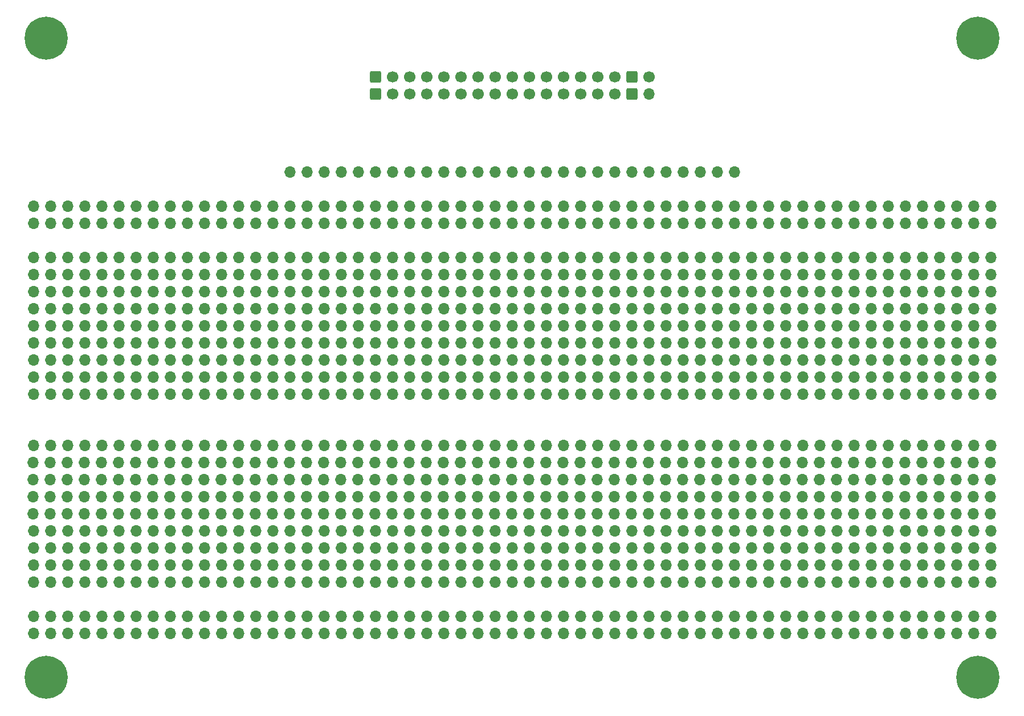
<source format=gbr>
%TF.GenerationSoftware,KiCad,Pcbnew,9.0.0*%
%TF.CreationDate,2025-02-25T12:08:00+01:00*%
%TF.ProjectId,KLST_PANDA_PROTO,4b4c5354-5f50-4414-9e44-415f50524f54,rev?*%
%TF.SameCoordinates,Original*%
%TF.FileFunction,Soldermask,Bot*%
%TF.FilePolarity,Negative*%
%FSLAX46Y46*%
G04 Gerber Fmt 4.6, Leading zero omitted, Abs format (unit mm)*
G04 Created by KiCad (PCBNEW 9.0.0) date 2025-02-25 12:08:00*
%MOMM*%
%LPD*%
G01*
G04 APERTURE LIST*
G04 Aperture macros list*
%AMRoundRect*
0 Rectangle with rounded corners*
0 $1 Rounding radius*
0 $2 $3 $4 $5 $6 $7 $8 $9 X,Y pos of 4 corners*
0 Add a 4 corners polygon primitive as box body*
4,1,4,$2,$3,$4,$5,$6,$7,$8,$9,$2,$3,0*
0 Add four circle primitives for the rounded corners*
1,1,$1+$1,$2,$3*
1,1,$1+$1,$4,$5*
1,1,$1+$1,$6,$7*
1,1,$1+$1,$8,$9*
0 Add four rect primitives between the rounded corners*
20,1,$1+$1,$2,$3,$4,$5,0*
20,1,$1+$1,$4,$5,$6,$7,0*
20,1,$1+$1,$6,$7,$8,$9,0*
20,1,$1+$1,$8,$9,$2,$3,0*%
G04 Aperture macros list end*
%ADD10O,1.700000X1.700000*%
%ADD11C,0.800000*%
%ADD12C,6.400000*%
%ADD13C,1.700000*%
%ADD14RoundRect,0.250000X0.600000X-0.600000X0.600000X0.600000X-0.600000X0.600000X-0.600000X-0.600000X0*%
G04 APERTURE END LIST*
D10*
%TO.C,J21*%
X103130000Y-90150000D03*
X105670000Y-90150000D03*
X108210000Y-90150000D03*
X110750000Y-90150000D03*
X113290000Y-90150000D03*
X115830000Y-90150000D03*
X118370000Y-90150000D03*
X120910000Y-90150000D03*
X123450000Y-90150000D03*
X125990000Y-90150000D03*
X128530000Y-90150000D03*
X131070000Y-90150000D03*
X133610000Y-90150000D03*
X136150000Y-90150000D03*
X138690000Y-90150000D03*
X141230000Y-90150000D03*
X143770000Y-90150000D03*
X146310000Y-90150000D03*
X148850000Y-90150000D03*
X151390000Y-90150000D03*
X153930000Y-90150000D03*
X156470000Y-90150000D03*
X159010000Y-90150000D03*
X161550000Y-90150000D03*
X164090000Y-90150000D03*
X166630000Y-90150000D03*
X169170000Y-90150000D03*
X171710000Y-90150000D03*
X174250000Y-90150000D03*
X176790000Y-90150000D03*
X179330000Y-90150000D03*
X181870000Y-90150000D03*
X184410000Y-90150000D03*
X186950000Y-90150000D03*
X189490000Y-90150000D03*
X192030000Y-90150000D03*
X194570000Y-90150000D03*
X197110000Y-90150000D03*
X199650000Y-90150000D03*
X202190000Y-90150000D03*
X204730000Y-90150000D03*
X207270000Y-90150000D03*
X209810000Y-90150000D03*
X212350000Y-90150000D03*
X214890000Y-90150000D03*
X217430000Y-90150000D03*
X219970000Y-90150000D03*
X222510000Y-90150000D03*
X225050000Y-90150000D03*
X227590000Y-90150000D03*
X230130000Y-90150000D03*
X232670000Y-90150000D03*
X235210000Y-90150000D03*
X237750000Y-90150000D03*
X240290000Y-90150000D03*
X242830000Y-90150000D03*
X245370000Y-90150000D03*
%TD*%
%TO.C,J17*%
X103130000Y-100310000D03*
X105670000Y-100310000D03*
X108210000Y-100310000D03*
X110750000Y-100310000D03*
X113290000Y-100310000D03*
X115830000Y-100310000D03*
X118370000Y-100310000D03*
X120910000Y-100310000D03*
X123450000Y-100310000D03*
X125990000Y-100310000D03*
X128530000Y-100310000D03*
X131070000Y-100310000D03*
X133610000Y-100310000D03*
X136150000Y-100310000D03*
X138690000Y-100310000D03*
X141230000Y-100310000D03*
X143770000Y-100310000D03*
X146310000Y-100310000D03*
X148850000Y-100310000D03*
X151390000Y-100310000D03*
X153930000Y-100310000D03*
X156470000Y-100310000D03*
X159010000Y-100310000D03*
X161550000Y-100310000D03*
X164090000Y-100310000D03*
X166630000Y-100310000D03*
X169170000Y-100310000D03*
X171710000Y-100310000D03*
X174250000Y-100310000D03*
X176790000Y-100310000D03*
X179330000Y-100310000D03*
X181870000Y-100310000D03*
X184410000Y-100310000D03*
X186950000Y-100310000D03*
X189490000Y-100310000D03*
X192030000Y-100310000D03*
X194570000Y-100310000D03*
X197110000Y-100310000D03*
X199650000Y-100310000D03*
X202190000Y-100310000D03*
X204730000Y-100310000D03*
X207270000Y-100310000D03*
X209810000Y-100310000D03*
X212350000Y-100310000D03*
X214890000Y-100310000D03*
X217430000Y-100310000D03*
X219970000Y-100310000D03*
X222510000Y-100310000D03*
X225050000Y-100310000D03*
X227590000Y-100310000D03*
X230130000Y-100310000D03*
X232670000Y-100310000D03*
X235210000Y-100310000D03*
X237750000Y-100310000D03*
X240290000Y-100310000D03*
X242830000Y-100310000D03*
X245370000Y-100310000D03*
%TD*%
%TO.C,J19*%
X103130000Y-95230000D03*
X105670000Y-95230000D03*
X108210000Y-95230000D03*
X110750000Y-95230000D03*
X113290000Y-95230000D03*
X115830000Y-95230000D03*
X118370000Y-95230000D03*
X120910000Y-95230000D03*
X123450000Y-95230000D03*
X125990000Y-95230000D03*
X128530000Y-95230000D03*
X131070000Y-95230000D03*
X133610000Y-95230000D03*
X136150000Y-95230000D03*
X138690000Y-95230000D03*
X141230000Y-95230000D03*
X143770000Y-95230000D03*
X146310000Y-95230000D03*
X148850000Y-95230000D03*
X151390000Y-95230000D03*
X153930000Y-95230000D03*
X156470000Y-95230000D03*
X159010000Y-95230000D03*
X161550000Y-95230000D03*
X164090000Y-95230000D03*
X166630000Y-95230000D03*
X169170000Y-95230000D03*
X171710000Y-95230000D03*
X174250000Y-95230000D03*
X176790000Y-95230000D03*
X179330000Y-95230000D03*
X181870000Y-95230000D03*
X184410000Y-95230000D03*
X186950000Y-95230000D03*
X189490000Y-95230000D03*
X192030000Y-95230000D03*
X194570000Y-95230000D03*
X197110000Y-95230000D03*
X199650000Y-95230000D03*
X202190000Y-95230000D03*
X204730000Y-95230000D03*
X207270000Y-95230000D03*
X209810000Y-95230000D03*
X212350000Y-95230000D03*
X214890000Y-95230000D03*
X217430000Y-95230000D03*
X219970000Y-95230000D03*
X222510000Y-95230000D03*
X225050000Y-95230000D03*
X227590000Y-95230000D03*
X230130000Y-95230000D03*
X232670000Y-95230000D03*
X235210000Y-95230000D03*
X237750000Y-95230000D03*
X240290000Y-95230000D03*
X242830000Y-95230000D03*
X245370000Y-95230000D03*
%TD*%
D11*
%TO.C,H3*%
X102600000Y-150000000D03*
X103302944Y-148302944D03*
X103302944Y-151697056D03*
X105000000Y-147600000D03*
D12*
X105000000Y-150000000D03*
D11*
X105000000Y-152400000D03*
X106697056Y-148302944D03*
X106697056Y-151697056D03*
X107400000Y-150000000D03*
%TD*%
D10*
%TO.C,J20*%
X103130000Y-92690000D03*
X105670000Y-92690000D03*
X108210000Y-92690000D03*
X110750000Y-92690000D03*
X113290000Y-92690000D03*
X115830000Y-92690000D03*
X118370000Y-92690000D03*
X120910000Y-92690000D03*
X123450000Y-92690000D03*
X125990000Y-92690000D03*
X128530000Y-92690000D03*
X131070000Y-92690000D03*
X133610000Y-92690000D03*
X136150000Y-92690000D03*
X138690000Y-92690000D03*
X141230000Y-92690000D03*
X143770000Y-92690000D03*
X146310000Y-92690000D03*
X148850000Y-92690000D03*
X151390000Y-92690000D03*
X153930000Y-92690000D03*
X156470000Y-92690000D03*
X159010000Y-92690000D03*
X161550000Y-92690000D03*
X164090000Y-92690000D03*
X166630000Y-92690000D03*
X169170000Y-92690000D03*
X171710000Y-92690000D03*
X174250000Y-92690000D03*
X176790000Y-92690000D03*
X179330000Y-92690000D03*
X181870000Y-92690000D03*
X184410000Y-92690000D03*
X186950000Y-92690000D03*
X189490000Y-92690000D03*
X192030000Y-92690000D03*
X194570000Y-92690000D03*
X197110000Y-92690000D03*
X199650000Y-92690000D03*
X202190000Y-92690000D03*
X204730000Y-92690000D03*
X207270000Y-92690000D03*
X209810000Y-92690000D03*
X212350000Y-92690000D03*
X214890000Y-92690000D03*
X217430000Y-92690000D03*
X219970000Y-92690000D03*
X222510000Y-92690000D03*
X225050000Y-92690000D03*
X227590000Y-92690000D03*
X230130000Y-92690000D03*
X232670000Y-92690000D03*
X235210000Y-92690000D03*
X237750000Y-92690000D03*
X240290000Y-92690000D03*
X242830000Y-92690000D03*
X245370000Y-92690000D03*
%TD*%
%TO.C,J8*%
X103130000Y-128250000D03*
X105670000Y-128250000D03*
X108210000Y-128250000D03*
X110750000Y-128250000D03*
X113290000Y-128250000D03*
X115830000Y-128250000D03*
X118370000Y-128250000D03*
X120910000Y-128250000D03*
X123450000Y-128250000D03*
X125990000Y-128250000D03*
X128530000Y-128250000D03*
X131070000Y-128250000D03*
X133610000Y-128250000D03*
X136150000Y-128250000D03*
X138690000Y-128250000D03*
X141230000Y-128250000D03*
X143770000Y-128250000D03*
X146310000Y-128250000D03*
X148850000Y-128250000D03*
X151390000Y-128250000D03*
X153930000Y-128250000D03*
X156470000Y-128250000D03*
X159010000Y-128250000D03*
X161550000Y-128250000D03*
X164090000Y-128250000D03*
X166630000Y-128250000D03*
X169170000Y-128250000D03*
X171710000Y-128250000D03*
X174250000Y-128250000D03*
X176790000Y-128250000D03*
X179330000Y-128250000D03*
X181870000Y-128250000D03*
X184410000Y-128250000D03*
X186950000Y-128250000D03*
X189490000Y-128250000D03*
X192030000Y-128250000D03*
X194570000Y-128250000D03*
X197110000Y-128250000D03*
X199650000Y-128250000D03*
X202190000Y-128250000D03*
X204730000Y-128250000D03*
X207270000Y-128250000D03*
X209810000Y-128250000D03*
X212350000Y-128250000D03*
X214890000Y-128250000D03*
X217430000Y-128250000D03*
X219970000Y-128250000D03*
X222510000Y-128250000D03*
X225050000Y-128250000D03*
X227590000Y-128250000D03*
X230130000Y-128250000D03*
X232670000Y-128250000D03*
X235210000Y-128250000D03*
X237750000Y-128250000D03*
X240290000Y-128250000D03*
X242830000Y-128250000D03*
X245370000Y-128250000D03*
%TD*%
%TO.C,J4*%
X103130000Y-140950000D03*
X105670000Y-140950000D03*
X108210000Y-140950000D03*
X110750000Y-140950000D03*
X113290000Y-140950000D03*
X115830000Y-140950000D03*
X118370000Y-140950000D03*
X120910000Y-140950000D03*
X123450000Y-140950000D03*
X125990000Y-140950000D03*
X128530000Y-140950000D03*
X131070000Y-140950000D03*
X133610000Y-140950000D03*
X136150000Y-140950000D03*
X138690000Y-140950000D03*
X141230000Y-140950000D03*
X143770000Y-140950000D03*
X146310000Y-140950000D03*
X148850000Y-140950000D03*
X151390000Y-140950000D03*
X153930000Y-140950000D03*
X156470000Y-140950000D03*
X159010000Y-140950000D03*
X161550000Y-140950000D03*
X164090000Y-140950000D03*
X166630000Y-140950000D03*
X169170000Y-140950000D03*
X171710000Y-140950000D03*
X174250000Y-140950000D03*
X176790000Y-140950000D03*
X179330000Y-140950000D03*
X181870000Y-140950000D03*
X184410000Y-140950000D03*
X186950000Y-140950000D03*
X189490000Y-140950000D03*
X192030000Y-140950000D03*
X194570000Y-140950000D03*
X197110000Y-140950000D03*
X199650000Y-140950000D03*
X202190000Y-140950000D03*
X204730000Y-140950000D03*
X207270000Y-140950000D03*
X209810000Y-140950000D03*
X212350000Y-140950000D03*
X214890000Y-140950000D03*
X217430000Y-140950000D03*
X219970000Y-140950000D03*
X222510000Y-140950000D03*
X225050000Y-140950000D03*
X227590000Y-140950000D03*
X230130000Y-140950000D03*
X232670000Y-140950000D03*
X235210000Y-140950000D03*
X237750000Y-140950000D03*
X240290000Y-140950000D03*
X242830000Y-140950000D03*
X245370000Y-140950000D03*
%TD*%
%TO.C,J15*%
X103130000Y-105390000D03*
X105670000Y-105390000D03*
X108210000Y-105390000D03*
X110750000Y-105390000D03*
X113290000Y-105390000D03*
X115830000Y-105390000D03*
X118370000Y-105390000D03*
X120910000Y-105390000D03*
X123450000Y-105390000D03*
X125990000Y-105390000D03*
X128530000Y-105390000D03*
X131070000Y-105390000D03*
X133610000Y-105390000D03*
X136150000Y-105390000D03*
X138690000Y-105390000D03*
X141230000Y-105390000D03*
X143770000Y-105390000D03*
X146310000Y-105390000D03*
X148850000Y-105390000D03*
X151390000Y-105390000D03*
X153930000Y-105390000D03*
X156470000Y-105390000D03*
X159010000Y-105390000D03*
X161550000Y-105390000D03*
X164090000Y-105390000D03*
X166630000Y-105390000D03*
X169170000Y-105390000D03*
X171710000Y-105390000D03*
X174250000Y-105390000D03*
X176790000Y-105390000D03*
X179330000Y-105390000D03*
X181870000Y-105390000D03*
X184410000Y-105390000D03*
X186950000Y-105390000D03*
X189490000Y-105390000D03*
X192030000Y-105390000D03*
X194570000Y-105390000D03*
X197110000Y-105390000D03*
X199650000Y-105390000D03*
X202190000Y-105390000D03*
X204730000Y-105390000D03*
X207270000Y-105390000D03*
X209810000Y-105390000D03*
X212350000Y-105390000D03*
X214890000Y-105390000D03*
X217430000Y-105390000D03*
X219970000Y-105390000D03*
X222510000Y-105390000D03*
X225050000Y-105390000D03*
X227590000Y-105390000D03*
X230130000Y-105390000D03*
X232670000Y-105390000D03*
X235210000Y-105390000D03*
X237750000Y-105390000D03*
X240290000Y-105390000D03*
X242830000Y-105390000D03*
X245370000Y-105390000D03*
%TD*%
%TO.C,J11*%
X103117736Y-120582482D03*
X105657736Y-120582482D03*
X108197736Y-120582482D03*
X110737736Y-120582482D03*
X113277736Y-120582482D03*
X115817736Y-120582482D03*
X118357736Y-120582482D03*
X120897736Y-120582482D03*
X123437736Y-120582482D03*
X125977736Y-120582482D03*
X128517736Y-120582482D03*
X131057736Y-120582482D03*
X133597736Y-120582482D03*
X136137736Y-120582482D03*
X138677736Y-120582482D03*
X141217736Y-120582482D03*
X143757736Y-120582482D03*
X146297736Y-120582482D03*
X148837736Y-120582482D03*
X151377736Y-120582482D03*
X153917736Y-120582482D03*
X156457736Y-120582482D03*
X158997736Y-120582482D03*
X161537736Y-120582482D03*
X164077736Y-120582482D03*
X166617736Y-120582482D03*
X169157736Y-120582482D03*
X171697736Y-120582482D03*
X174237736Y-120582482D03*
X176777736Y-120582482D03*
X179317736Y-120582482D03*
X181857736Y-120582482D03*
X184397736Y-120582482D03*
X186937736Y-120582482D03*
X189477736Y-120582482D03*
X192017736Y-120582482D03*
X194557736Y-120582482D03*
X197097736Y-120582482D03*
X199637736Y-120582482D03*
X202177736Y-120582482D03*
X204717736Y-120582482D03*
X207257736Y-120582482D03*
X209797736Y-120582482D03*
X212337736Y-120582482D03*
X214877736Y-120582482D03*
X217417736Y-120582482D03*
X219957736Y-120582482D03*
X222497736Y-120582482D03*
X225037736Y-120582482D03*
X227577736Y-120582482D03*
X230117736Y-120582482D03*
X232657736Y-120582482D03*
X235197736Y-120582482D03*
X237737736Y-120582482D03*
X240277736Y-120582482D03*
X242817736Y-120582482D03*
X245357736Y-120582482D03*
%TD*%
%TO.C,J18*%
X103130000Y-97770000D03*
X105670000Y-97770000D03*
X108210000Y-97770000D03*
X110750000Y-97770000D03*
X113290000Y-97770000D03*
X115830000Y-97770000D03*
X118370000Y-97770000D03*
X120910000Y-97770000D03*
X123450000Y-97770000D03*
X125990000Y-97770000D03*
X128530000Y-97770000D03*
X131070000Y-97770000D03*
X133610000Y-97770000D03*
X136150000Y-97770000D03*
X138690000Y-97770000D03*
X141230000Y-97770000D03*
X143770000Y-97770000D03*
X146310000Y-97770000D03*
X148850000Y-97770000D03*
X151390000Y-97770000D03*
X153930000Y-97770000D03*
X156470000Y-97770000D03*
X159010000Y-97770000D03*
X161550000Y-97770000D03*
X164090000Y-97770000D03*
X166630000Y-97770000D03*
X169170000Y-97770000D03*
X171710000Y-97770000D03*
X174250000Y-97770000D03*
X176790000Y-97770000D03*
X179330000Y-97770000D03*
X181870000Y-97770000D03*
X184410000Y-97770000D03*
X186950000Y-97770000D03*
X189490000Y-97770000D03*
X192030000Y-97770000D03*
X194570000Y-97770000D03*
X197110000Y-97770000D03*
X199650000Y-97770000D03*
X202190000Y-97770000D03*
X204730000Y-97770000D03*
X207270000Y-97770000D03*
X209810000Y-97770000D03*
X212350000Y-97770000D03*
X214890000Y-97770000D03*
X217430000Y-97770000D03*
X219970000Y-97770000D03*
X222510000Y-97770000D03*
X225050000Y-97770000D03*
X227590000Y-97770000D03*
X230130000Y-97770000D03*
X232670000Y-97770000D03*
X235210000Y-97770000D03*
X237750000Y-97770000D03*
X240290000Y-97770000D03*
X242830000Y-97770000D03*
X245370000Y-97770000D03*
%TD*%
%TO.C,J12*%
X103117736Y-118042482D03*
X105657736Y-118042482D03*
X108197736Y-118042482D03*
X110737736Y-118042482D03*
X113277736Y-118042482D03*
X115817736Y-118042482D03*
X118357736Y-118042482D03*
X120897736Y-118042482D03*
X123437736Y-118042482D03*
X125977736Y-118042482D03*
X128517736Y-118042482D03*
X131057736Y-118042482D03*
X133597736Y-118042482D03*
X136137736Y-118042482D03*
X138677736Y-118042482D03*
X141217736Y-118042482D03*
X143757736Y-118042482D03*
X146297736Y-118042482D03*
X148837736Y-118042482D03*
X151377736Y-118042482D03*
X153917736Y-118042482D03*
X156457736Y-118042482D03*
X158997736Y-118042482D03*
X161537736Y-118042482D03*
X164077736Y-118042482D03*
X166617736Y-118042482D03*
X169157736Y-118042482D03*
X171697736Y-118042482D03*
X174237736Y-118042482D03*
X176777736Y-118042482D03*
X179317736Y-118042482D03*
X181857736Y-118042482D03*
X184397736Y-118042482D03*
X186937736Y-118042482D03*
X189477736Y-118042482D03*
X192017736Y-118042482D03*
X194557736Y-118042482D03*
X197097736Y-118042482D03*
X199637736Y-118042482D03*
X202177736Y-118042482D03*
X204717736Y-118042482D03*
X207257736Y-118042482D03*
X209797736Y-118042482D03*
X212337736Y-118042482D03*
X214877736Y-118042482D03*
X217417736Y-118042482D03*
X219957736Y-118042482D03*
X222497736Y-118042482D03*
X225037736Y-118042482D03*
X227577736Y-118042482D03*
X230117736Y-118042482D03*
X232657736Y-118042482D03*
X235197736Y-118042482D03*
X237737736Y-118042482D03*
X240277736Y-118042482D03*
X242817736Y-118042482D03*
X245357736Y-118042482D03*
%TD*%
D11*
%TO.C,H1*%
X102600000Y-55000000D03*
X103302944Y-53302944D03*
X103302944Y-56697056D03*
X105000000Y-52600000D03*
D12*
X105000000Y-55000000D03*
D11*
X105000000Y-57400000D03*
X106697056Y-53302944D03*
X106697056Y-56697056D03*
X107400000Y-55000000D03*
%TD*%
D10*
%TO.C,J5*%
X103130000Y-135870000D03*
X105670000Y-135870000D03*
X108210000Y-135870000D03*
X110750000Y-135870000D03*
X113290000Y-135870000D03*
X115830000Y-135870000D03*
X118370000Y-135870000D03*
X120910000Y-135870000D03*
X123450000Y-135870000D03*
X125990000Y-135870000D03*
X128530000Y-135870000D03*
X131070000Y-135870000D03*
X133610000Y-135870000D03*
X136150000Y-135870000D03*
X138690000Y-135870000D03*
X141230000Y-135870000D03*
X143770000Y-135870000D03*
X146310000Y-135870000D03*
X148850000Y-135870000D03*
X151390000Y-135870000D03*
X153930000Y-135870000D03*
X156470000Y-135870000D03*
X159010000Y-135870000D03*
X161550000Y-135870000D03*
X164090000Y-135870000D03*
X166630000Y-135870000D03*
X169170000Y-135870000D03*
X171710000Y-135870000D03*
X174250000Y-135870000D03*
X176790000Y-135870000D03*
X179330000Y-135870000D03*
X181870000Y-135870000D03*
X184410000Y-135870000D03*
X186950000Y-135870000D03*
X189490000Y-135870000D03*
X192030000Y-135870000D03*
X194570000Y-135870000D03*
X197110000Y-135870000D03*
X199650000Y-135870000D03*
X202190000Y-135870000D03*
X204730000Y-135870000D03*
X207270000Y-135870000D03*
X209810000Y-135870000D03*
X212350000Y-135870000D03*
X214890000Y-135870000D03*
X217430000Y-135870000D03*
X219970000Y-135870000D03*
X222510000Y-135870000D03*
X225050000Y-135870000D03*
X227590000Y-135870000D03*
X230130000Y-135870000D03*
X232670000Y-135870000D03*
X235210000Y-135870000D03*
X237750000Y-135870000D03*
X240290000Y-135870000D03*
X242830000Y-135870000D03*
X245370000Y-135870000D03*
%TD*%
%TO.C,J3*%
X103130000Y-143490000D03*
X105670000Y-143490000D03*
X108210000Y-143490000D03*
X110750000Y-143490000D03*
X113290000Y-143490000D03*
X115830000Y-143490000D03*
X118370000Y-143490000D03*
X120910000Y-143490000D03*
X123450000Y-143490000D03*
X125990000Y-143490000D03*
X128530000Y-143490000D03*
X131070000Y-143490000D03*
X133610000Y-143490000D03*
X136150000Y-143490000D03*
X138690000Y-143490000D03*
X141230000Y-143490000D03*
X143770000Y-143490000D03*
X146310000Y-143490000D03*
X148850000Y-143490000D03*
X151390000Y-143490000D03*
X153930000Y-143490000D03*
X156470000Y-143490000D03*
X159010000Y-143490000D03*
X161550000Y-143490000D03*
X164090000Y-143490000D03*
X166630000Y-143490000D03*
X169170000Y-143490000D03*
X171710000Y-143490000D03*
X174250000Y-143490000D03*
X176790000Y-143490000D03*
X179330000Y-143490000D03*
X181870000Y-143490000D03*
X184410000Y-143490000D03*
X186950000Y-143490000D03*
X189490000Y-143490000D03*
X192030000Y-143490000D03*
X194570000Y-143490000D03*
X197110000Y-143490000D03*
X199650000Y-143490000D03*
X202190000Y-143490000D03*
X204730000Y-143490000D03*
X207270000Y-143490000D03*
X209810000Y-143490000D03*
X212350000Y-143490000D03*
X214890000Y-143490000D03*
X217430000Y-143490000D03*
X219970000Y-143490000D03*
X222510000Y-143490000D03*
X225050000Y-143490000D03*
X227590000Y-143490000D03*
X230130000Y-143490000D03*
X232670000Y-143490000D03*
X235210000Y-143490000D03*
X237750000Y-143490000D03*
X240290000Y-143490000D03*
X242830000Y-143490000D03*
X245370000Y-143490000D03*
%TD*%
%TO.C,J7*%
X103130000Y-130790000D03*
X105670000Y-130790000D03*
X108210000Y-130790000D03*
X110750000Y-130790000D03*
X113290000Y-130790000D03*
X115830000Y-130790000D03*
X118370000Y-130790000D03*
X120910000Y-130790000D03*
X123450000Y-130790000D03*
X125990000Y-130790000D03*
X128530000Y-130790000D03*
X131070000Y-130790000D03*
X133610000Y-130790000D03*
X136150000Y-130790000D03*
X138690000Y-130790000D03*
X141230000Y-130790000D03*
X143770000Y-130790000D03*
X146310000Y-130790000D03*
X148850000Y-130790000D03*
X151390000Y-130790000D03*
X153930000Y-130790000D03*
X156470000Y-130790000D03*
X159010000Y-130790000D03*
X161550000Y-130790000D03*
X164090000Y-130790000D03*
X166630000Y-130790000D03*
X169170000Y-130790000D03*
X171710000Y-130790000D03*
X174250000Y-130790000D03*
X176790000Y-130790000D03*
X179330000Y-130790000D03*
X181870000Y-130790000D03*
X184410000Y-130790000D03*
X186950000Y-130790000D03*
X189490000Y-130790000D03*
X192030000Y-130790000D03*
X194570000Y-130790000D03*
X197110000Y-130790000D03*
X199650000Y-130790000D03*
X202190000Y-130790000D03*
X204730000Y-130790000D03*
X207270000Y-130790000D03*
X209810000Y-130790000D03*
X212350000Y-130790000D03*
X214890000Y-130790000D03*
X217430000Y-130790000D03*
X219970000Y-130790000D03*
X222510000Y-130790000D03*
X225050000Y-130790000D03*
X227590000Y-130790000D03*
X230130000Y-130790000D03*
X232670000Y-130790000D03*
X235210000Y-130790000D03*
X237750000Y-130790000D03*
X240290000Y-130790000D03*
X242830000Y-130790000D03*
X245370000Y-130790000D03*
%TD*%
%TO.C,J6*%
X103130000Y-133330000D03*
X105670000Y-133330000D03*
X108210000Y-133330000D03*
X110750000Y-133330000D03*
X113290000Y-133330000D03*
X115830000Y-133330000D03*
X118370000Y-133330000D03*
X120910000Y-133330000D03*
X123450000Y-133330000D03*
X125990000Y-133330000D03*
X128530000Y-133330000D03*
X131070000Y-133330000D03*
X133610000Y-133330000D03*
X136150000Y-133330000D03*
X138690000Y-133330000D03*
X141230000Y-133330000D03*
X143770000Y-133330000D03*
X146310000Y-133330000D03*
X148850000Y-133330000D03*
X151390000Y-133330000D03*
X153930000Y-133330000D03*
X156470000Y-133330000D03*
X159010000Y-133330000D03*
X161550000Y-133330000D03*
X164090000Y-133330000D03*
X166630000Y-133330000D03*
X169170000Y-133330000D03*
X171710000Y-133330000D03*
X174250000Y-133330000D03*
X176790000Y-133330000D03*
X179330000Y-133330000D03*
X181870000Y-133330000D03*
X184410000Y-133330000D03*
X186950000Y-133330000D03*
X189490000Y-133330000D03*
X192030000Y-133330000D03*
X194570000Y-133330000D03*
X197110000Y-133330000D03*
X199650000Y-133330000D03*
X202190000Y-133330000D03*
X204730000Y-133330000D03*
X207270000Y-133330000D03*
X209810000Y-133330000D03*
X212350000Y-133330000D03*
X214890000Y-133330000D03*
X217430000Y-133330000D03*
X219970000Y-133330000D03*
X222510000Y-133330000D03*
X225050000Y-133330000D03*
X227590000Y-133330000D03*
X230130000Y-133330000D03*
X232670000Y-133330000D03*
X235210000Y-133330000D03*
X237750000Y-133330000D03*
X240290000Y-133330000D03*
X242830000Y-133330000D03*
X245370000Y-133330000D03*
%TD*%
%TO.C,J14*%
X103130000Y-107930000D03*
X105670000Y-107930000D03*
X108210000Y-107930000D03*
X110750000Y-107930000D03*
X113290000Y-107930000D03*
X115830000Y-107930000D03*
X118370000Y-107930000D03*
X120910000Y-107930000D03*
X123450000Y-107930000D03*
X125990000Y-107930000D03*
X128530000Y-107930000D03*
X131070000Y-107930000D03*
X133610000Y-107930000D03*
X136150000Y-107930000D03*
X138690000Y-107930000D03*
X141230000Y-107930000D03*
X143770000Y-107930000D03*
X146310000Y-107930000D03*
X148850000Y-107930000D03*
X151390000Y-107930000D03*
X153930000Y-107930000D03*
X156470000Y-107930000D03*
X159010000Y-107930000D03*
X161550000Y-107930000D03*
X164090000Y-107930000D03*
X166630000Y-107930000D03*
X169170000Y-107930000D03*
X171710000Y-107930000D03*
X174250000Y-107930000D03*
X176790000Y-107930000D03*
X179330000Y-107930000D03*
X181870000Y-107930000D03*
X184410000Y-107930000D03*
X186950000Y-107930000D03*
X189490000Y-107930000D03*
X192030000Y-107930000D03*
X194570000Y-107930000D03*
X197110000Y-107930000D03*
X199650000Y-107930000D03*
X202190000Y-107930000D03*
X204730000Y-107930000D03*
X207270000Y-107930000D03*
X209810000Y-107930000D03*
X212350000Y-107930000D03*
X214890000Y-107930000D03*
X217430000Y-107930000D03*
X219970000Y-107930000D03*
X222510000Y-107930000D03*
X225050000Y-107930000D03*
X227590000Y-107930000D03*
X230130000Y-107930000D03*
X232670000Y-107930000D03*
X235210000Y-107930000D03*
X237750000Y-107930000D03*
X240290000Y-107930000D03*
X242830000Y-107930000D03*
X245370000Y-107930000D03*
%TD*%
%TO.C,J13*%
X103130000Y-115550000D03*
X105670000Y-115550000D03*
X108210000Y-115550000D03*
X110750000Y-115550000D03*
X113290000Y-115550000D03*
X115830000Y-115550000D03*
X118370000Y-115550000D03*
X120910000Y-115550000D03*
X123450000Y-115550000D03*
X125990000Y-115550000D03*
X128530000Y-115550000D03*
X131070000Y-115550000D03*
X133610000Y-115550000D03*
X136150000Y-115550000D03*
X138690000Y-115550000D03*
X141230000Y-115550000D03*
X143770000Y-115550000D03*
X146310000Y-115550000D03*
X148850000Y-115550000D03*
X151390000Y-115550000D03*
X153930000Y-115550000D03*
X156470000Y-115550000D03*
X159010000Y-115550000D03*
X161550000Y-115550000D03*
X164090000Y-115550000D03*
X166630000Y-115550000D03*
X169170000Y-115550000D03*
X171710000Y-115550000D03*
X174250000Y-115550000D03*
X176790000Y-115550000D03*
X179330000Y-115550000D03*
X181870000Y-115550000D03*
X184410000Y-115550000D03*
X186950000Y-115550000D03*
X189490000Y-115550000D03*
X192030000Y-115550000D03*
X194570000Y-115550000D03*
X197110000Y-115550000D03*
X199650000Y-115550000D03*
X202190000Y-115550000D03*
X204730000Y-115550000D03*
X207270000Y-115550000D03*
X209810000Y-115550000D03*
X212350000Y-115550000D03*
X214890000Y-115550000D03*
X217430000Y-115550000D03*
X219970000Y-115550000D03*
X222510000Y-115550000D03*
X225050000Y-115550000D03*
X227590000Y-115550000D03*
X230130000Y-115550000D03*
X232670000Y-115550000D03*
X235210000Y-115550000D03*
X237750000Y-115550000D03*
X240290000Y-115550000D03*
X242830000Y-115550000D03*
X245370000Y-115550000D03*
%TD*%
%TO.C,J9*%
X103117736Y-125662482D03*
X105657736Y-125662482D03*
X108197736Y-125662482D03*
X110737736Y-125662482D03*
X113277736Y-125662482D03*
X115817736Y-125662482D03*
X118357736Y-125662482D03*
X120897736Y-125662482D03*
X123437736Y-125662482D03*
X125977736Y-125662482D03*
X128517736Y-125662482D03*
X131057736Y-125662482D03*
X133597736Y-125662482D03*
X136137736Y-125662482D03*
X138677736Y-125662482D03*
X141217736Y-125662482D03*
X143757736Y-125662482D03*
X146297736Y-125662482D03*
X148837736Y-125662482D03*
X151377736Y-125662482D03*
X153917736Y-125662482D03*
X156457736Y-125662482D03*
X158997736Y-125662482D03*
X161537736Y-125662482D03*
X164077736Y-125662482D03*
X166617736Y-125662482D03*
X169157736Y-125662482D03*
X171697736Y-125662482D03*
X174237736Y-125662482D03*
X176777736Y-125662482D03*
X179317736Y-125662482D03*
X181857736Y-125662482D03*
X184397736Y-125662482D03*
X186937736Y-125662482D03*
X189477736Y-125662482D03*
X192017736Y-125662482D03*
X194557736Y-125662482D03*
X197097736Y-125662482D03*
X199637736Y-125662482D03*
X202177736Y-125662482D03*
X204717736Y-125662482D03*
X207257736Y-125662482D03*
X209797736Y-125662482D03*
X212337736Y-125662482D03*
X214877736Y-125662482D03*
X217417736Y-125662482D03*
X219957736Y-125662482D03*
X222497736Y-125662482D03*
X225037736Y-125662482D03*
X227577736Y-125662482D03*
X230117736Y-125662482D03*
X232657736Y-125662482D03*
X235197736Y-125662482D03*
X237737736Y-125662482D03*
X240277736Y-125662482D03*
X242817736Y-125662482D03*
X245357736Y-125662482D03*
%TD*%
%TO.C,J10*%
X103117736Y-123122482D03*
X105657736Y-123122482D03*
X108197736Y-123122482D03*
X110737736Y-123122482D03*
X113277736Y-123122482D03*
X115817736Y-123122482D03*
X118357736Y-123122482D03*
X120897736Y-123122482D03*
X123437736Y-123122482D03*
X125977736Y-123122482D03*
X128517736Y-123122482D03*
X131057736Y-123122482D03*
X133597736Y-123122482D03*
X136137736Y-123122482D03*
X138677736Y-123122482D03*
X141217736Y-123122482D03*
X143757736Y-123122482D03*
X146297736Y-123122482D03*
X148837736Y-123122482D03*
X151377736Y-123122482D03*
X153917736Y-123122482D03*
X156457736Y-123122482D03*
X158997736Y-123122482D03*
X161537736Y-123122482D03*
X164077736Y-123122482D03*
X166617736Y-123122482D03*
X169157736Y-123122482D03*
X171697736Y-123122482D03*
X174237736Y-123122482D03*
X176777736Y-123122482D03*
X179317736Y-123122482D03*
X181857736Y-123122482D03*
X184397736Y-123122482D03*
X186937736Y-123122482D03*
X189477736Y-123122482D03*
X192017736Y-123122482D03*
X194557736Y-123122482D03*
X197097736Y-123122482D03*
X199637736Y-123122482D03*
X202177736Y-123122482D03*
X204717736Y-123122482D03*
X207257736Y-123122482D03*
X209797736Y-123122482D03*
X212337736Y-123122482D03*
X214877736Y-123122482D03*
X217417736Y-123122482D03*
X219957736Y-123122482D03*
X222497736Y-123122482D03*
X225037736Y-123122482D03*
X227577736Y-123122482D03*
X230117736Y-123122482D03*
X232657736Y-123122482D03*
X235197736Y-123122482D03*
X237737736Y-123122482D03*
X240277736Y-123122482D03*
X242817736Y-123122482D03*
X245357736Y-123122482D03*
%TD*%
%TO.C,J22*%
X103130000Y-87610000D03*
X105670000Y-87610000D03*
X108210000Y-87610000D03*
X110750000Y-87610000D03*
X113290000Y-87610000D03*
X115830000Y-87610000D03*
X118370000Y-87610000D03*
X120910000Y-87610000D03*
X123450000Y-87610000D03*
X125990000Y-87610000D03*
X128530000Y-87610000D03*
X131070000Y-87610000D03*
X133610000Y-87610000D03*
X136150000Y-87610000D03*
X138690000Y-87610000D03*
X141230000Y-87610000D03*
X143770000Y-87610000D03*
X146310000Y-87610000D03*
X148850000Y-87610000D03*
X151390000Y-87610000D03*
X153930000Y-87610000D03*
X156470000Y-87610000D03*
X159010000Y-87610000D03*
X161550000Y-87610000D03*
X164090000Y-87610000D03*
X166630000Y-87610000D03*
X169170000Y-87610000D03*
X171710000Y-87610000D03*
X174250000Y-87610000D03*
X176790000Y-87610000D03*
X179330000Y-87610000D03*
X181870000Y-87610000D03*
X184410000Y-87610000D03*
X186950000Y-87610000D03*
X189490000Y-87610000D03*
X192030000Y-87610000D03*
X194570000Y-87610000D03*
X197110000Y-87610000D03*
X199650000Y-87610000D03*
X202190000Y-87610000D03*
X204730000Y-87610000D03*
X207270000Y-87610000D03*
X209810000Y-87610000D03*
X212350000Y-87610000D03*
X214890000Y-87610000D03*
X217430000Y-87610000D03*
X219970000Y-87610000D03*
X222510000Y-87610000D03*
X225050000Y-87610000D03*
X227590000Y-87610000D03*
X230130000Y-87610000D03*
X232670000Y-87610000D03*
X235210000Y-87610000D03*
X237750000Y-87610000D03*
X240290000Y-87610000D03*
X242830000Y-87610000D03*
X245370000Y-87610000D03*
%TD*%
%TO.C,J24*%
X103130000Y-79990000D03*
X105670000Y-79990000D03*
X108210000Y-79990000D03*
X110750000Y-79990000D03*
X113290000Y-79990000D03*
X115830000Y-79990000D03*
X118370000Y-79990000D03*
X120910000Y-79990000D03*
X123450000Y-79990000D03*
X125990000Y-79990000D03*
X128530000Y-79990000D03*
X131070000Y-79990000D03*
X133610000Y-79990000D03*
X136150000Y-79990000D03*
X138690000Y-79990000D03*
X141230000Y-79990000D03*
X143770000Y-79990000D03*
X146310000Y-79990000D03*
X148850000Y-79990000D03*
X151390000Y-79990000D03*
X153930000Y-79990000D03*
X156470000Y-79990000D03*
X159010000Y-79990000D03*
X161550000Y-79990000D03*
X164090000Y-79990000D03*
X166630000Y-79990000D03*
X169170000Y-79990000D03*
X171710000Y-79990000D03*
X174250000Y-79990000D03*
X176790000Y-79990000D03*
X179330000Y-79990000D03*
X181870000Y-79990000D03*
X184410000Y-79990000D03*
X186950000Y-79990000D03*
X189490000Y-79990000D03*
X192030000Y-79990000D03*
X194570000Y-79990000D03*
X197110000Y-79990000D03*
X199650000Y-79990000D03*
X202190000Y-79990000D03*
X204730000Y-79990000D03*
X207270000Y-79990000D03*
X209810000Y-79990000D03*
X212350000Y-79990000D03*
X214890000Y-79990000D03*
X217430000Y-79990000D03*
X219970000Y-79990000D03*
X222510000Y-79990000D03*
X225050000Y-79990000D03*
X227590000Y-79990000D03*
X230130000Y-79990000D03*
X232670000Y-79990000D03*
X235210000Y-79990000D03*
X237750000Y-79990000D03*
X240290000Y-79990000D03*
X242830000Y-79990000D03*
X245370000Y-79990000D03*
%TD*%
D11*
%TO.C,H4*%
X241100000Y-150000000D03*
X241802944Y-148302944D03*
X241802944Y-151697056D03*
X243500000Y-147600000D03*
D12*
X243500000Y-150000000D03*
D11*
X243500000Y-152400000D03*
X245197056Y-148302944D03*
X245197056Y-151697056D03*
X245900000Y-150000000D03*
%TD*%
D10*
%TO.C,J23*%
X103130000Y-82530000D03*
X105670000Y-82530000D03*
X108210000Y-82530000D03*
X110750000Y-82530000D03*
X113290000Y-82530000D03*
X115830000Y-82530000D03*
X118370000Y-82530000D03*
X120910000Y-82530000D03*
X123450000Y-82530000D03*
X125990000Y-82530000D03*
X128530000Y-82530000D03*
X131070000Y-82530000D03*
X133610000Y-82530000D03*
X136150000Y-82530000D03*
X138690000Y-82530000D03*
X141230000Y-82530000D03*
X143770000Y-82530000D03*
X146310000Y-82530000D03*
X148850000Y-82530000D03*
X151390000Y-82530000D03*
X153930000Y-82530000D03*
X156470000Y-82530000D03*
X159010000Y-82530000D03*
X161550000Y-82530000D03*
X164090000Y-82530000D03*
X166630000Y-82530000D03*
X169170000Y-82530000D03*
X171710000Y-82530000D03*
X174250000Y-82530000D03*
X176790000Y-82530000D03*
X179330000Y-82530000D03*
X181870000Y-82530000D03*
X184410000Y-82530000D03*
X186950000Y-82530000D03*
X189490000Y-82530000D03*
X192030000Y-82530000D03*
X194570000Y-82530000D03*
X197110000Y-82530000D03*
X199650000Y-82530000D03*
X202190000Y-82530000D03*
X204730000Y-82530000D03*
X207270000Y-82530000D03*
X209810000Y-82530000D03*
X212350000Y-82530000D03*
X214890000Y-82530000D03*
X217430000Y-82530000D03*
X219970000Y-82530000D03*
X222510000Y-82530000D03*
X225050000Y-82530000D03*
X227590000Y-82530000D03*
X230130000Y-82530000D03*
X232670000Y-82530000D03*
X235210000Y-82530000D03*
X237750000Y-82530000D03*
X240290000Y-82530000D03*
X242830000Y-82530000D03*
X245370000Y-82530000D03*
%TD*%
D11*
%TO.C,H2*%
X241100000Y-55000000D03*
X241802944Y-53302944D03*
X241802944Y-56697056D03*
X243500000Y-52600000D03*
D12*
X243500000Y-55000000D03*
D11*
X243500000Y-57400000D03*
X245197056Y-53302944D03*
X245197056Y-56697056D03*
X245900000Y-55000000D03*
%TD*%
D10*
%TO.C,J1*%
X141230000Y-74910000D03*
X143770000Y-74910000D03*
X146310000Y-74910000D03*
X148850000Y-74910000D03*
X151390000Y-74910000D03*
X153930000Y-74910000D03*
X156470000Y-74910000D03*
X159010000Y-74910000D03*
X161550000Y-74910000D03*
X164090000Y-74910000D03*
X166630000Y-74910000D03*
X169170000Y-74910000D03*
X171710000Y-74910000D03*
X174250000Y-74910000D03*
X176790000Y-74910000D03*
X179330000Y-74910000D03*
X181870000Y-74910000D03*
X184410000Y-74910000D03*
X186950000Y-74910000D03*
X189490000Y-74910000D03*
X192030000Y-74910000D03*
X194570000Y-74910000D03*
X197110000Y-74910000D03*
X199650000Y-74910000D03*
X202190000Y-74910000D03*
X204730000Y-74910000D03*
X207270000Y-74910000D03*
%TD*%
%TO.C,J16*%
X103130000Y-102850000D03*
X105670000Y-102850000D03*
X108210000Y-102850000D03*
X110750000Y-102850000D03*
X113290000Y-102850000D03*
X115830000Y-102850000D03*
X118370000Y-102850000D03*
X120910000Y-102850000D03*
X123450000Y-102850000D03*
X125990000Y-102850000D03*
X128530000Y-102850000D03*
X131070000Y-102850000D03*
X133610000Y-102850000D03*
X136150000Y-102850000D03*
X138690000Y-102850000D03*
X141230000Y-102850000D03*
X143770000Y-102850000D03*
X146310000Y-102850000D03*
X148850000Y-102850000D03*
X151390000Y-102850000D03*
X153930000Y-102850000D03*
X156470000Y-102850000D03*
X159010000Y-102850000D03*
X161550000Y-102850000D03*
X164090000Y-102850000D03*
X166630000Y-102850000D03*
X169170000Y-102850000D03*
X171710000Y-102850000D03*
X174250000Y-102850000D03*
X176790000Y-102850000D03*
X179330000Y-102850000D03*
X181870000Y-102850000D03*
X184410000Y-102850000D03*
X186950000Y-102850000D03*
X189490000Y-102850000D03*
X192030000Y-102850000D03*
X194570000Y-102850000D03*
X197110000Y-102850000D03*
X199650000Y-102850000D03*
X202190000Y-102850000D03*
X204730000Y-102850000D03*
X207270000Y-102850000D03*
X209810000Y-102850000D03*
X212350000Y-102850000D03*
X214890000Y-102850000D03*
X217430000Y-102850000D03*
X219970000Y-102850000D03*
X222510000Y-102850000D03*
X225050000Y-102850000D03*
X227590000Y-102850000D03*
X230130000Y-102850000D03*
X232670000Y-102850000D03*
X235210000Y-102850000D03*
X237750000Y-102850000D03*
X240290000Y-102850000D03*
X242830000Y-102850000D03*
X245370000Y-102850000D03*
%TD*%
%TO.C,J2*%
X194570000Y-63290000D03*
D13*
X194570000Y-60750000D03*
D14*
X192030000Y-63290000D03*
X192030000Y-60750000D03*
D13*
X189490000Y-63290000D03*
X189490000Y-60750000D03*
X186950000Y-63290000D03*
X186950000Y-60750000D03*
X184410000Y-63290000D03*
X184410000Y-60750000D03*
X181870000Y-63290000D03*
X181870000Y-60750000D03*
X179330000Y-63290000D03*
X179330000Y-60750000D03*
X176790000Y-63290000D03*
X176790000Y-60750000D03*
X174250000Y-63290000D03*
X174250000Y-60750000D03*
X171710000Y-63290000D03*
X171710000Y-60750000D03*
X169170000Y-63290000D03*
X169170000Y-60750000D03*
X166630000Y-63290000D03*
X166630000Y-60750000D03*
X164090000Y-63290000D03*
X164090000Y-60750000D03*
X161550000Y-63290000D03*
X161550000Y-60750000D03*
X159010000Y-63290000D03*
X159010000Y-60750000D03*
X156470000Y-63290000D03*
X156470000Y-60750000D03*
D14*
X153930000Y-63290000D03*
X153930000Y-60750000D03*
%TD*%
M02*

</source>
